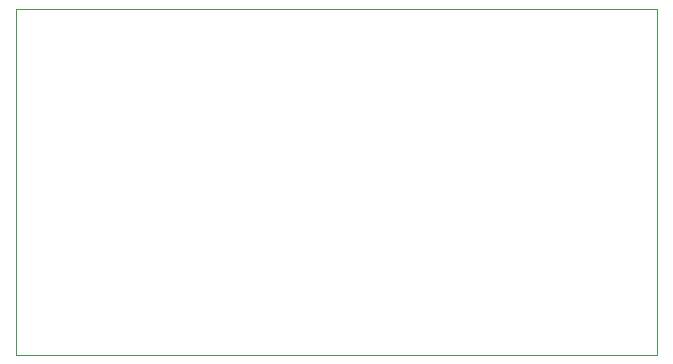
<source format=gbr>
G04*
G04 #@! TF.GenerationSoftware,Altium Limited,Altium Designer,23.3.1 (30)*
G04*
G04 Layer_Color=0*
%FSLAX44Y44*%
%MOMM*%
G71*
G04*
G04 #@! TF.SameCoordinates,C21C2CC1-9CAE-44D3-A5A2-357AACA34620*
G04*
G04*
G04 #@! TF.FilePolarity,Positive*
G04*
G01*
G75*
%ADD46C,0.0254*%
D46*
X852170Y586740D02*
X1394460D01*
Y880110D01*
X852170D01*
Y586740D01*
M02*

</source>
